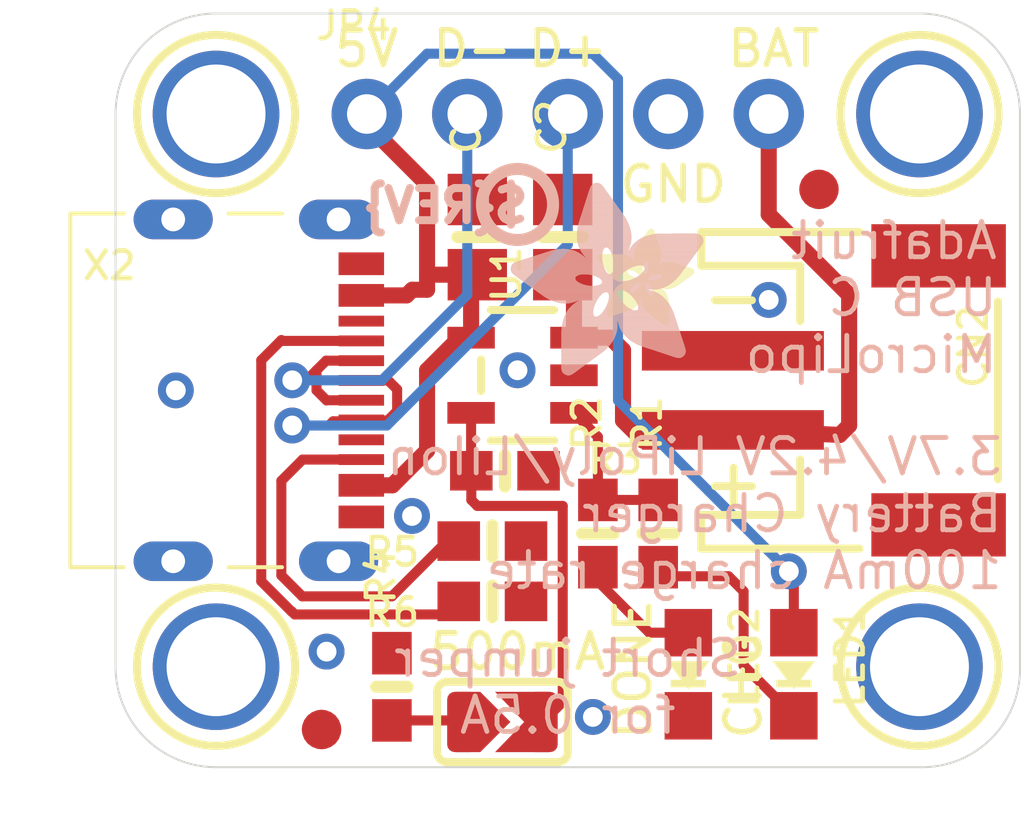
<source format=kicad_pcb>
(kicad_pcb (version 20240108) (generator "pcbnew") (generator_version "8.0")
  (layers (0 "F.Cu" signal) (31 "B.Cu" signal) (34 "B.Paste" user) (35 "F.Paste" user) (36 "B.SilkS" user "B.Silkscreen") (37 "F.SilkS" user "F.Silkscreen") (38 "B.Mask" user) (39 "F.Mask" user) (44 "Edge.Cuts" user))
  (net 0 "")
  (net 1 "GND")
  (net 2 "N$1")
  (net 3 "N$2")
  (net 4 "VBAT")
  (net 5 "N$5")
  (net 6 "N$6")
  (net 7 "N$3")
  (net 8 "D+")
  (net 9 "D-")
  (net 10 "CC1")
  (net 11 "CC2")
  (net 12 "5V")
  (footprint "Adafruit USB C microlipo charger:0603-NO" (layer "F.Cu") (at 150.7871 108.622693 90)
    (property "Reference" "R1" (at 2.032 0.127 90) (layer "F.SilkS") (effects (font (size 0.692831 0.692831) (thickness 0.119969)) (justify left bottom)))
    (property "Value" "470")
    (pad "1" smd rect (at -0.85 0 90) (size 1.075 1) (layers "F.Cu" "F.Paste" "F.Mask") (net 2 "N$1"))
    (pad "2" smd rect (at 0.85 0 90) (size 1.075 1) (layers "F.Cu" "F.Paste" "F.Mask") (net 3 "N$2"))
  )
  (footprint "Adafruit USB C microlipo charger:FIDUCIAL_1MM" (layer "F.Cu") (at 154.8511 99.923193)
    (property "Reference" "FID2" (hide yes))
    (property "Value" "FIDUCIAL\"\"" (hide yes))
    (pad "1" smd roundrect (at 0 0) (size 1 1) (layers "F.Cu" "F.Mask") (roundrect_rratio 0.5))
  )
  (footprint "Adafruit USB C microlipo charger:0603-NO" (layer "F.Cu") (at 144.0561 112.496193 90)
    (property "Reference" "R4" (at 2.032 0.127 90) (layer "F.SilkS") (effects (font (size 0.692831 0.692831) (thickness 0.119969)) (justify left bottom)))
    (property "Value" "2.2K")
    (pad "1" smd rect (at -0.85 0 90) (size 1.075 1) (layers "F.Cu" "F.Paste" "F.Mask") (net 7 "N$3"))
    (pad "2" smd rect (at 0.85 0 90) (size 1.075 1) (layers "F.Cu" "F.Paste" "F.Mask") (net 1 "GND"))
  )
  (footprint "Adafruit USB C microlipo charger:MOUNTINGHOLE_2.5_PLATED" (layer "F.Cu") (at 157.3911 111.988193)
    (property "Reference" "U$9" (hide yes))
    (property "Value" "MOUNTINGHOLE2.5" (hide yes))
    (pad "P$1" thru_hole circle (at 0 0) (size 3.2 3.2) (drill 2.5) (layers "*.Cu" "*.Mask"))
  )
  (footprint "Adafruit USB C microlipo charger:FIDUCIAL_1MM" (layer "F.Cu") (at 142.2781 113.575693)
    (property "Reference" "FID1" (hide yes))
    (property "Value" "FIDUCIAL\"\"" (hide yes))
    (pad "1" smd roundrect (at 0 0) (size 1 1) (layers "F.Cu" "F.Mask") (roundrect_rratio 0.5))
  )
  (footprint "Adafruit USB C microlipo charger:CHIPLED_0805_NOOUTLINE" (layer "F.Cu") (at 154.2161 112.178693 180)
    (property "Reference" "LED1" (at -1.016 1.778 90) (layer "F.SilkS") (effects (font (size 0.692831 0.692831) (thickness 0.119969)) (justify right top)))
    (property "Value" "RED")
    (pad "A" smd rect (at 0 1.05 180) (size 1.2 1.2) (layers "F.Cu" "F.Paste" "F.Mask") (net 12 "5V"))
    (pad "C" smd rect (at 0 -1.05 180) (size 1.2 1.2) (layers "F.Cu" "F.Paste" "F.Mask") (net 2 "N$1"))
  )
  (footprint "Adafruit USB C microlipo charger:0603-NO" (layer "F.Cu") (at 149.2631 108.622693 90)
    (property "Reference" "R2" (at 2.032 0.127 90) (layer "F.SilkS") (effects (font (size 0.692831 0.692831) (thickness 0.119969)) (justify left bottom)))
    (property "Value" "470")
    (pad "1" smd rect (at -0.85 0 90) (size 1.075 1) (layers "F.Cu" "F.Paste" "F.Mask") (net 6 "N$6"))
    (pad "2" smd rect (at 0.85 0 90) (size 1.075 1) (layers "F.Cu" "F.Paste" "F.Mask") (net 3 "N$2"))
  )
  (footprint "Adafruit USB C microlipo charger:USB_C_CUSB31-CFM2AX-01-X" (layer "F.Cu") (at 135.9281 105.003193 -90)
    (property "Reference" "X2" (at -2.75 -0.25 0) (layer "F.SilkS") (effects (font (size 0.692831 0.692831) (thickness 0.119969)) (justify left bottom)))
    (property "Value" "")
    (pad "" np_thru_hole circle (at -2.89 -6.28 270) (size 0.65 0.65) (drill 0.65) (layers "*.Cu" "*.Mask"))
    (pad "" np_thru_hole circle (at 2.89 -6.28 270) (size 0.65 0.65) (drill 0.65) (layers "*.Cu" "*.Mask"))
    (pad "A1B12" smd rect (at -3.2 -7.355 270) (size 0.575 1.15) (layers "F.Cu" "F.Paste" "F.Mask") (net 1 "GND"))
    (pad "A4B9" smd rect (at -2.4 -7.355 270) (size 0.575 1.15) (layers "F.Cu" "F.Paste" "F.Mask") (net 12 "5V"))
    (pad "A5" smd rect (at -1.25 -7.355 270) (size 0.275 1.15) (layers "F.Cu" "F.Paste" "F.Mask") (net 10 "CC1"))
    (pad "A6" smd rect (at -0.25 -7.355 270) (size 0.275 1.15) (layers "F.Cu" "F.Paste" "F.Mask") (net 8 "D+"))
    (pad "A7" smd rect (at 0.25 -7.355 270) (size 0.275 1.15) (layers "F.Cu" "F.Paste" "F.Mask") (net 9 "D-"))
    (pad "A8" smd rect (at 1.25 -7.355 270) (size 0.275 1.15) (layers "F.Cu" "F.Paste" "F.Mask"))
    (pad "B1A12" smd rect (at 3.2 -7.355 270) (size 0.575 1.15) (layers "F.Cu" "F.Paste" "F.Mask") (net 1 "GND"))
    (pad "B4A9" smd rect (at 2.4 -7.355 270) (size 0.575 1.15) (layers "F.Cu" "F.Paste" "F.Mask") (net 12 "5V"))
    (pad "B5" smd rect (at 1.75 -7.355 270) (size 0.275 1.15) (layers "F.Cu" "F.Paste" "F.Mask") (net 11 "CC2"))
    (pad "B6" smd rect (at 0.75 -7.355 270) (size 0.275 1.15) (layers "F.Cu" "F.Paste" "F.Mask") (net 8 "D+"))
    (pad "B7" smd rect (at -0.75 -7.355 270) (size 0.275 1.15) (layers "F.Cu" "F.Paste" "F.Mask") (net 9 "D-"))
    (pad "B8" smd rect (at -1.75 -7.355 270) (size 0.275 1.15) (layers "F.Cu" "F.Paste" "F.Mask"))
    (pad "M1" thru_hole oval (at -4.32 -6.78) (size 2 1) (drill 0.6) (layers "*.Cu" "*.Mask"))
    (pad "M2" thru_hole oval (at 4.32 -6.78) (size 2 1) (drill 0.6) (layers "*.Cu" "*.Mask"))
    (pad "M3" thru_hole oval (at -4.32 -2.6) (size 2 1) (drill 0.6) (layers "*.Cu" "*.Mask"))
    (pad "M4" thru_hole oval (at 4.32 -2.6) (size 2 1) (drill 0.6) (layers "*.Cu" "*.Mask"))
  )
  (footprint "Adafruit USB C microlipo charger:MOUNTINGHOLE_2.5_PLATED" (layer "F.Cu") (at 157.3911 98.018193)
    (property "Reference" "U$10" (hide yes))
    (property "Value" "MOUNTINGHOLE2.5" (hide yes))
    (pad "P$1" thru_hole circle (at 0 0) (size 3.2 3.2) (drill 2.5) (layers "*.Cu" "*.Mask"))
  )
  (footprint "Adafruit USB C microlipo charger:0805-NO@1" (layer "F.Cu") (at 148.3741 101.129693 90)
    (property "Reference" "C2" (at 2.032 0.127 90) (layer "F.SilkS") (effects (font (size 0.692831 0.692831) (thickness 0.119969)) (justify left bottom)))
    (property "Value" "10µF")
    (pad "1" smd rect (at -0.95 0 90) (size 1.3 1.5) (layers "F.Cu" "F.Paste" "F.Mask") (net 4 "VBAT"))
    (pad "2" smd rect (at 0.95 0 90) (size 1.3 1.5) (layers "F.Cu" "F.Paste" "F.Mask") (net 1 "GND"))
  )
  (footprint "Adafruit USB C microlipo charger:MOUNTINGHOLE_2.5_PLATED" (layer "F.Cu") (at 139.6111 111.988193)
    (property "Reference" "U$11" (hide yes))
    (property "Value" "MOUNTINGHOLE2.5" (hide yes))
    (pad "P$1" thru_hole circle (at 0 0) (size 3.2 3.2) (drill 2.5) (layers "*.Cu" "*.Mask"))
  )
  (footprint "Adafruit USB C microlipo charger:0603-NO" (layer "F.Cu") (at 146.5961 108.813193 180)
    (property "Reference" "R5" (at 1.778 0.127 0) (layer "F.SilkS") (effects (font (size 0.692831 0.692831) (thickness 0.119969)) (justify right top)))
    (property "Value" "5.1K")
    (pad "1" smd rect (at -0.85 0 180) (size 1.075 1) (layers "F.Cu" "F.Paste" "F.Mask") (net 1 "GND"))
    (pad "2" smd rect (at 0.85 0 180) (size 1.075 1) (layers "F.Cu" "F.Paste" "F.Mask") (net 11 "CC2"))
  )
  (footprint "Adafruit USB C microlipo charger:0603-NO" (layer "F.Cu") (at 146.5961 110.337193 180)
    (property "Reference" "R6" (at 1.778 0.127 0) (layer "F.SilkS") (effects (font (size 0.692831 0.692831) (thickness 0.119969)) (justify right top)))
    (property "Value" "5.1K")
    (pad "1" smd rect (at -0.85 0 180) (size 1.075 1) (layers "F.Cu" "F.Paste" "F.Mask") (net 1 "GND"))
    (pad "2" smd rect (at 0.85 0 180) (size 1.075 1) (layers "F.Cu" "F.Paste" "F.Mask") (net 10 "CC1"))
  )
  (footprint "Adafruit USB C microlipo charger:ADAFRUIT_2.5MM" (layer "F.Cu") (at 149.2631 103.352193)
    (property "Reference" "U$2" (hide yes))
    (property "Value" "" (hide yes))
  )
  (footprint "Adafruit USB C microlipo charger:0805-NO@1" (layer "F.Cu") (at 146.2151 101.129693 90)
    (property "Reference" "C1" (at 2.032 0.127 90) (layer "F.SilkS") (effects (font (size 0.692831 0.692831) (thickness 0.119969)) (justify left bottom)))
    (property "Value" "10µF")
    (pad "1" smd rect (at -0.95 0 90) (size 1.3 1.5) (layers "F.Cu" "F.Paste" "F.Mask") (net 12 "5V"))
    (pad "2" smd rect (at 0.95 0 90) (size 1.3 1.5) (layers "F.Cu" "F.Paste" "F.Mask") (net 1 "GND"))
  )
  (footprint "Adafruit USB C microlipo charger:JSTPH2" (layer "F.Cu") (at 156.3751 105.003193 -90)
    (property "Reference" "CN2" (at -2.2225 -1.9685 90) (layer "F.SilkS") (effects (font (size 0.692831 0.692831) (thickness 0.119969)) (justify right top)))
    (property "Value" "JSTPH")
    (pad "1" smd rect (at -1 3.7 270) (size 1 4.6) (layers "F.Cu" "F.Paste" "F.Mask") (net 1 "GND"))
    (pad "2" smd rect (at 1 3.7 270) (size 1 4.6) (layers "F.Cu" "F.Paste" "F.Mask") (net 4 "VBAT"))
    (pad "NC1" smd rect (at -3.4 -1.5) (size 3.4 1.6) (layers "F.Cu" "F.Paste" "F.Mask"))
    (pad "NC2" smd rect (at 3.4 -1.5) (size 3.4 1.6) (layers "F.Cu" "F.Paste" "F.Mask"))
  )
  (footprint "Adafruit USB C microlipo charger:MOUNTINGHOLE_2.5_PLATED" (layer "F.Cu") (at 139.6111 98.018193)
    (property "Reference" "U$12" (hide yes))
    (property "Value" "MOUNTINGHOLE2.5" (hide yes))
    (pad "P$1" thru_hole circle (at 0 0) (size 3.2 3.2) (drill 2.5) (layers "*.Cu" "*.Mask"))
  )
  (footprint "Adafruit USB C microlipo charger:0603-NO" (layer "F.Cu") (at 146.9136 107.035193)
    (property "Reference" "R3" (at 2.032 0.127 0) (layer "F.SilkS") (effects (font (size 0.692831 0.692831) (thickness 0.119969)) (justify left bottom)))
    (property "Value" "10K\\")
    (pad "1" smd rect (at -0.85 0) (size 1.075 1) (layers "F.Cu" "F.Paste" "F.Mask") (net 5 "N$5"))
    (pad "2" smd rect (at 0.85 0) (size 1.075 1) (layers "F.Cu" "F.Paste" "F.Mask") (net 1 "GND"))
  )
  (footprint "Adafruit USB C microlipo charger:SOT23-5" (layer "F.Cu") (at 147.3581 104.622193 90)
    (property "Reference" "U1" (at 1.778 0 90) (layer "F.SilkS") (effects (font (size 0.692831 0.692831) (thickness 0.119969)) (justify left bottom)))
    (property "Value" "MCP73831T-2ACI/OT")
    (pad "1" smd rect (at -0.95 1.3001 90) (size 0.55 1.2) (layers "F.Cu" "F.Paste" "F.Mask") (net 3 "N$2"))
    (pad "2" smd rect (at 0 1.3001 90) (size 0.55 1.2) (layers "F.Cu" "F.Paste" "F.Mask") (net 1 "GND"))
    (pad "3" smd rect (at 0.95 1.3001 90) (size 0.55 1.2) (layers "F.Cu" "F.Paste" "F.Mask") (net 4 "VBAT"))
    (pad "4" smd rect (at 0.95 -1.3001 90) (size 0.55 1.2) (layers "F.Cu" "F.Paste" "F.Mask") (net 12 "5V"))
    (pad "5" smd rect (at -0.95 -1.3001 90) (size 0.55 1.2) (layers "F.Cu" "F.Paste" "F.Mask") (net 5 "N$5"))
  )
  (footprint "Adafruit USB C microlipo charger:CHIPLED_0805_NOOUTLINE" (layer "F.Cu") (at 151.5491 112.178693 180)
    (property "Reference" "LED2" (at -1.016 1.778 90) (layer "F.SilkS") (effects (font (size 0.692831 0.692831) (thickness 0.119969)) (justify right top)))
    (property "Value" "GREEN")
    (pad "A" smd rect (at 0 1.05 180) (size 1.2 1.2) (layers "F.Cu" "F.Paste" "F.Mask") (net 6 "N$6"))
    (pad "C" smd rect (at 0 -1.05 180) (size 1.2 1.2) (layers "F.Cu" "F.Paste" "F.Mask") (net 1 "GND"))
  )
  (footprint "Adafruit USB C microlipo charger:SOLDERJUMPER_ARROW_NOPASTE" (layer "F.Cu") (at 146.8501 113.385193)
    (property "Reference" "SJ1" (hide yes))
    (property "Value" "")
    (fp_poly (pts (xy 0.201021 0) (xy -0.560979 0.762) (xy -1.1684 0.762) (xy -1.1684 -0.762) (xy -0.560979 -0.762)) (fill solid) (layer "F.Cu"))
    (fp_poly (pts (xy 1.1684 0.762) (xy -0.186831 0.762) (xy 0.548892 0) (xy -0.186831 -0.762) (xy 1.1684 -0.762)) (fill solid) (layer "F.Cu"))
    (pad "1" smd roundrect (at -1.016 0) (size 0.762 1.524) (layers "F.Cu") (net 7 "N$3"))
    (pad "2" smd roundrect (at 1.016 0) (size 0.762 1.524) (layers "F.Cu") (net 5 "N$5"))
  )
  (footprint "Adafruit USB C microlipo charger:1X05_ROUND_70" (layer "F.Cu") (at 148.5011 98.018193)
    (property "Reference" "JP4" (at -6.4262 -1.8288 0) (layer "F.SilkS") (effects (font (size 0.692831 0.692831) (thickness 0.119969)) (justify left bottom)))
    (property "Value" "")
    (pad "1" thru_hole circle (at -5.08 0 90) (size 1.778 1.778) (drill 1) (layers "*.Cu" "*.Mask") (net 12 "5V"))
    (pad "2" thru_hole circle (at -2.54 0 90) (size 1.778 1.778) (drill 1) (layers "*.Cu" "*.Mask") (net 9 "D-"))
    (pad "3" thru_hole circle (at 0 0 90) (size 1.778 1.778) (drill 1) (layers "*.Cu" "*.Mask") (net 8 "D+"))
    (pad "4" thru_hole circle (at 2.54 0 90) (size 1.778 1.778) (drill 1) (layers "*.Cu" "*.Mask") (net 1 "GND"))
    (pad "5" thru_hole circle (at 5.08 0 90) (size 1.778 1.778) (drill 1) (layers "*.Cu" "*.Mask") (net 4 "VBAT"))
  )
  (footprint "Adafruit USB C microlipo charger:ADAFRUIT_5MM" (layer "B.Cu") (at 151.9301 104.622193 180)
    (property "Reference" "U$13" (hide yes))
    (property "Value" "" (hide yes))
  )
  (footprint "Adafruit USB C microlipo charger:PCBFEAT-REV-040" (layer "B.Cu") (at 147.2311 100.304193 180)
    (property "Reference" "U$16" (hide yes))
    (property "Value" "" (hide yes))
    (fp_text user "${REV}" (at -0.3556 -0.508 0) (layer "B.SilkS") (effects (font (size 0.8128 0.8128) (thickness 0.2032)) (justify left bottom mirror)))
  )
  (gr_line (start 157.3911 114.528193) (end 139.6111 114.528193) (stroke (width 0.05)) (layer "Edge.Cuts"))
  (gr_line (start 139.6111 95.478193) (end 157.3911 95.478193) (stroke (width 0.05)) (layer "Edge.Cuts"))
  (gr_arc (start 139.6111 114.528193) (mid 137.815049 113.784244) (end 137.0711 111.988193) (stroke (width 0.05)) (layer "Edge.Cuts"))
  (gr_line (start 137.0711 111.988193) (end 137.0711 98.018193) (stroke (width 0.05)) (layer "Edge.Cuts"))
  (gr_line (start 159.9311 98.018193) (end 159.9311 112.115193) (stroke (width 0.05)) (layer "Edge.Cuts"))
  (gr_arc (start 159.9311 112.115193) (mid 159.160849 113.847744) (end 157.3911 114.528193) (stroke (width 0.05)) (layer "Edge.Cuts"))
  (gr_arc (start 157.3911 95.478193) (mid 159.187151 96.222142) (end 159.9311 98.018193) (stroke (width 0.05)) (layer "Edge.Cuts"))
  (gr_arc (start 137.0711 98.018193) (mid 137.815049 96.222142) (end 139.6111 95.478193) (stroke (width 0.05)) (layer "Edge.Cuts"))
  (gr_text "3.7V/4.2V LiPoly/LiIon\nBattery Charger\n100mA charge rate" (at 159.5501 110.083193 0) (layer "B.SilkS") (effects (font (size 0.89408 0.89408) (thickness 0.12192)) (justify left bottom mirror)))
  (gr_text "Adafruit\nUSB C\nMicroLipo" (at 159.4231 104.622193 0) (layer "B.SilkS") (effects (font (size 0.89408 0.89408) (thickness 0.12192)) (justify left bottom mirror)))
  (gr_text "Short jumper\nfor 0.5A" (at 148.5011 112.496193 0) (layer "B.SilkS") (effects (font (size 0.89408 0.89408) (thickness 0.12192)) (justify mirror)))
  (gr_text "" (at 154.4701 109.194193 0) (layer "B.SilkS") (effects (font (size 0.89408 0.89408) (thickness 0.12192)) (justify left bottom mirror)))
  (gr_text "+" (at 151.8031 108.051193 0) (layer "F.SilkS") (effects (font (size 1.223264 1.223264) (thickness 0.199136)) (justify left bottom)))
  (gr_text "CHG" (at 153.4541 113.893193 90) (layer "F.SilkS") (effects (font (size 0.87376 0.87376) (thickness 0.14224)) (justify left bottom)))
  (gr_text "DONE" (at 150.6601 113.893193 90) (layer "F.SilkS") (effects (font (size 0.87376 0.87376) (thickness 0.14224)) (justify left bottom)))
  (gr_text "GND" (at 151.1681 99.796193 0) (layer "F.SilkS") (effects (font (size 0.87376 0.87376) (thickness 0.14224))))
  (gr_text "5V" (at 143.4211 96.367193 0) (layer "F.SilkS") (effects (font (size 0.87376 0.87376) (thickness 0.14224))))
  (gr_text "500mA" (at 147.2311 111.607193 0) (layer "F.SilkS") (effects (font (size 0.87376 0.87376) (thickness 0.14224))))
  (gr_text "D+" (at 148.5011 96.367193 0) (layer "F.SilkS") (effects (font (size 0.87376 0.87376) (thickness 0.14224))))
  (gr_text "-" (at 151.8031 103.352193 0) (layer "F.SilkS") (effects (font (size 1.223264 1.223264) (thickness 0.199136)) (justify left bottom)))
  (gr_text "BAT" (at 153.7081 96.367193 0) (layer "F.SilkS") (effects (font (size 0.87376 0.87376) (thickness 0.14224))))
  (gr_text "D-" (at 146.0881 96.367193 0) (layer "F.SilkS") (effects (font (size 0.87376 0.87376) (thickness 0.14224))))
  (via (at 138.5951 105.003193) (size 0.9064) (drill 0.5) (layers "F.Cu" "B.Cu") (net 1))
  (via (at 144.5641 108.178193) (size 0.9064) (drill 0.5) (layers "F.Cu" "B.Cu") (net 1))
  (via (at 149.1361 113.258193) (size 0.9064) (drill 0.5) (layers "F.Cu" "B.Cu") (net 1))
  (via (at 153.5811 102.717193) (size 0.9064) (drill 0.5) (layers "F.Cu" "B.Cu") (net 1))
  (via (at 147.2311 104.495193) (size 0.9064) (drill 0.5) (layers "F.Cu" "B.Cu") (net 1))
  (via (at 142.4051 111.607193) (size 0.9064) (drill 0.5) (layers "F.Cu" "B.Cu") (net 1))
  (segment (start 152.9461 110.083193) (end 152.9461 111.958693) (width 0.254) (layer "F.Cu") (net 2))
  (segment (start 150.7871 109.472693) (end 151.0166 109.702193) (width 0.254) (layer "F.Cu") (net 2))
  (segment (start 152.9461 111.958693) (end 154.2161 113.228693) (width 0.254) (layer "F.Cu") (net 2))
  (segment (start 152.5651 109.702193) (end 152.9461 110.083193) (width 0.254) (layer "F.Cu") (net 2))
  (segment (start 151.0166 109.702193) (end 152.5651 109.702193) (width 0.254) (layer "F.Cu") (net 2))
  (segment (start 149.2631 107.772693) (end 150.7871 107.772693) (width 0.254) (layer "F.Cu") (net 3))
  (segment (start 149.2631 106.177093) (end 149.2631 107.772693) (width 0.254) (layer "F.Cu") (net 3))
  (segment (start 148.6582 105.572193) (end 149.2631 106.177093) (width 0.254) (layer "F.Cu") (net 3))
  (segment (start 152.5321 106.273193) (end 152.6751 106.003193) (width 0.4064) (layer "F.Cu") (net 4))
  (segment (start 150.4061 106.273193) (end 152.5321 106.273193) (width 0.4064) (layer "F.Cu") (net 4))
  (segment (start 149.8981 103.987193) (end 149.8981 105.765193) (width 0.4064) (layer "F.Cu") (net 4))
  (segment (start 149.8981 105.765193) (end 150.4061 106.273193) (width 0.4064) (layer "F.Cu") (net 4))
  (segment (start 148.6582 103.672193) (end 149.5831 103.672193) (width 0.4064) (layer "F.Cu") (net 4))
  (segment (start 155.6131 105.892193) (end 155.6131 102.590193) (width 0.4064) (layer "F.Cu") (net 4))
  (segment (start 148.6582 103.672193) (end 148.6582 102.363793) (width 0.4064) (layer "F.Cu") (net 4))
  (segment (start 153.5811 100.558193) (end 153.5811 98.018193) (width 0.4064) (layer "F.Cu") (net 4))
  (segment (start 149.5831 103.672193) (end 149.8981 103.987193) (width 0.4064) (layer "F.Cu") (net 4))
  (segment (start 155.6131 102.590193) (end 153.5811 100.558193) (width 0.4064) (layer "F.Cu") (net 4))
  (segment (start 152.6751 106.003193) (end 155.3751 106.130193) (width 0.4064) (layer "F.Cu") (net 4))
  (segment (start 155.3751 106.130193) (end 155.6131 105.892193) (width 0.4064) (layer "F.Cu") (net 4))
  (segment (start 148.6582 102.363793) (end 148.3741 102.079693) (width 0.4064) (layer "F.Cu") (net 4))
  (segment (start 148.3741 107.924193) (end 148.3741 112.877193) (width 0.254) (layer "F.Cu") (net 5))
  (segment (start 146.2151 107.924193) (end 148.3741 107.924193) (width 0.254) (layer "F.Cu") (net 5))
  (segment (start 146.058 107.029593) (end 146.0636 107.035193) (width 0.254) (layer "F.Cu") (net 5))
  (segment (start 148.3741 112.877193) (end 147.8661 113.385193) (width 0.254) (layer "F.Cu") (net 5))
  (segment (start 146.058 105.572193) (end 146.058 107.029593) (width 0.254) (layer "F.Cu") (net 5))
  (segment (start 146.0636 107.772693) (end 146.2151 107.924193) (width 0.254) (layer "F.Cu") (net 5))
  (segment (start 146.0636 107.035193) (end 146.0636 107.772693) (width 0.254) (layer "F.Cu") (net 5))
  (segment (start 149.2631 109.472693) (end 149.2631 109.829193) (width 0.254) (layer "F.Cu") (net 6))
  (segment (start 149.2631 109.829193) (end 150.5626 111.128693) (width 0.254) (layer "F.Cu") (net 6))
  (segment (start 150.5626 111.128693) (end 151.5491 111.128693) (width 0.254) (layer "F.Cu") (net 6))
  (segment (start 144.0561 113.346193) (end 146.2541 113.346193) (width 0.254) (layer "F.Cu") (net 7))
  (segment (start 146.2541 113.346193) (end 146.2151 113.385193) (width 0.254) (layer "F.Cu") (net 7))
  (segment (start 146.2151 113.385193) (end 145.8341 113.385193) (width 0.254) (layer "F.Cu") (net 7))
  (segment (start 143.9291 105.765193) (end 143.2951 105.765193) (width 0.254) (layer "F.Cu") (net 8))
  (segment (start 143.9291 105.786668) (end 143.9291 105.765193) (width 0.254) (layer "F.Cu") (net 8))
  (segment (start 142.464625 105.892193) (end 141.5375 105.892193) (width 0.254) (layer "F.Cu") (net 8))
  (segment (start 142.571325 105.785493) (end 142.464625 105.892193) (width 0.254) (layer "F.Cu") (net 8))
  (segment (start 143.962575 104.753193) (end 144.1883 104.978918) (width 0.254) (layer "F.Cu") (net 8))
  (segment (start 143.2831 105.753193) (end 143.2951 105.765193) (width 0.254) (layer "F.Cu") (net 8))
  (segment (start 144.1883 105.527468) (end 143.9291 105.786668) (width 0.254) (layer "F.Cu") (net 8))
  (segment (start 143.2831 105.753193) (end 143.2508 105.785493) (width 0.254) (layer "F.Cu") (net 8))
  (segment (start 143.2831 104.753193) (end 143.962575 104.753193) (width 0.254) (layer "F.Cu") (net 8))
  (segment (start 143.2508 105.785493) (end 142.571325 105.785493) (width 0.254) (layer "F.Cu") (net 8))
  (segment (start 144.1883 104.978918) (end 144.1883 105.527468) (width 0.254) (layer "F.Cu") (net 8))
  (via (at 141.5375 105.892193) (size 0.9064) (drill 0.5) (layers "F.Cu" "B.Cu") (net 8))
  (segment (start 148.5011 101.320193) (end 148.5011 98.018193) (width 0.254) (layer "B.Cu") (net 8))
  (segment (start 143.9291 105.892193) (end 148.5011 101.320193) (width 0.254) (layer "B.Cu") (net 8))
  (segment (start 141.5375 105.892193) (end 143.9291 105.892193) (width 0.254) (layer "B.Cu") (net 8))
  (segment (start 142.4051 105.257193) (end 142.4091 105.253193) (width 0.254) (layer "F.Cu") (net 9))
  (segment (start 141.8971 104.749193) (end 141.5375 104.749193) (width 0.254) (layer "F.Cu") (net 9))
  (segment (start 143.2831 104.253193) (end 142.3931 104.253193) (width 0.254) (layer "F.Cu") (net 9))
  (segment (start 142.1511 104.495193) (end 141.8971 104.749193) (width 0.254) (layer "F.Cu") (net 9))
  (segment (start 142.1511 104.495193) (end 142.1511 105.003193) (width 0.254) (layer "F.Cu") (net 9))
  (segment (start 142.4091 105.253193) (end 143.2831 105.253193) (width 0.254) (layer "F.Cu") (net 9))
  (segment (start 142.3931 104.253193) (end 142.1511 104.495193) (width 0.254) (layer "F.Cu") (net 9))
  (segment (start 142.1511 105.003193) (end 142.4051 105.257193) (width 0.254) (layer "F.Cu") (net 9))
  (via (at 141.5375 104.749193) (size 0.9064) (drill 0.5) (layers "F.Cu" "B.Cu") (net 9))
  (segment (start 143.8021 104.749193) (end 145.9611 102.590193) (width 0.254) (layer "B.Cu") (net 9))
  (segment (start 141.5375 104.749193) (end 143.8021 104.749193) (width 0.254) (layer "B.Cu") (net 9))
  (segment (start 145.9611 102.590193) (end 145.9611 98.018193) (width 0.254) (layer "B.Cu") (net 9))
  (segment (start 140.7541 109.829193) (end 140.7541 104.241193) (width 0.254) (layer "F.Cu") (net 10))
  (segment (start 145.4159 110.667393) (end 141.601268 110.667393) (width 0.254) (layer "F.Cu") (net 10))
  (segment (start 141.2621 103.733193) (end 141.2821 103.753193) (width 0.254) (layer "F.Cu") (net 10))
  (segment (start 141.601268 110.667393) (end 141.525068 110.591193) (width 0.254) (layer "F.Cu") (net 10))
  (segment (start 141.5161 110.591193) (end 140.7541 109.829193) (width 0.254) (layer "F.Cu") (net 10))
  (segment (start 145.7461 110.337193) (end 145.4159 110.667393) (width 0.254) (layer "F.Cu") (net 10))
  (segment (start 141.2821 103.753193) (end 143.2831 103.753193) (width 0.254) (layer "F.Cu") (net 10))
  (segment (start 140.7541 104.241193) (end 141.2621 103.733193) (width 0.254) (layer "F.Cu") (net 10))
  (segment (start 141.525068 110.591193) (end 141.5161 110.591193) (width 0.254) (layer "F.Cu") (net 10))
  (segment (start 145.4531 108.813193) (end 144.0561 110.210193) (width 0.254) (layer "F.Cu") (net 11))
  (segment (start 141.2621 107.289193) (end 141.7981 106.753193) (width 0.254) (layer "F.Cu") (net 11))
  (segment (start 144.0561 110.210193) (end 141.79065 110.210193) (width 0.254) (layer "F.Cu") (net 11))
  (segment (start 145.7461 108.813193) (end 145.4531 108.813193) (width 0.254) (layer "F.Cu") (net 11))
  (segment (start 141.79065 110.210193) (end 141.2621 109.681643) (width 0.254) (layer "F.Cu") (net 11))
  (segment (start 141.7981 106.753193) (end 143.2831 106.753193) (width 0.254) (layer "F.Cu") (net 11))
  (segment (start 141.2621 109.681643) (end 141.2621 107.289193) (width 0.254) (layer "F.Cu") (net 11))
  (segment (start 144.9451 102.460693) (end 144.9451 102.079693) (width 0.4064) (layer "F.Cu") (net 12))
  (segment (start 144.9451 106.527193) (end 144.9451 104.495193) (width 0.4064) (layer "F.Cu") (net 12))
  (segment (start 146.2151 102.079693) (end 146.058 102.236793) (width 0.4064) (layer "F.Cu") (net 12))
  (segment (start 144.5686 102.460693) (end 144.9451 102.460693) (width 0.4064) (layer "F.Cu") (net 12))
  (segment (start 144.9451 102.079693) (end 144.9451 99.796193) (width 0.4064) (layer "F.Cu") (net 12))
  (segment (start 144.9451 102.079693) (end 146.2151 102.079693) (width 0.4064) (layer "F.Cu") (net 12))
  (segment (start 154.2161 109.702193) (end 154.0891 109.575193) (width 0.254) (layer "F.Cu") (net 12))
  (segment (start 146.058 103.672193) (end 146.058 102.236793) (width 0.4064) (layer "F.Cu") (net 12))
  (segment (start 143.2831 102.603193) (end 144.4261 102.603193) (width 0.4064) (layer "F.Cu") (net 12))
  (segment (start 144.9451 104.495193) (end 145.7681 103.672193) (width 0.4064) (layer "F.Cu") (net 12))
  (segment (start 143.2831 107.403193) (end 144.0691 107.403193) (width 0.4064) (layer "F.Cu") (net 12))
  (segment (start 144.0691 107.403193) (end 144.9451 106.527193) (width 0.4064) (layer "F.Cu") (net 12))
  (segment (start 143.4211 98.272193) (end 143.4211 98.018193) (width 0.4064) (layer "F.Cu") (net 12))
  (segment (start 144.5686 102.460693) (end 144.4261 102.603193) (width 0.4064) (layer "F.Cu") (net 12))
  (segment (start 154.2161 111.128693) (end 154.2161 109.702193) (width 0.254) (layer "F.Cu") (net 12))
  (segment (start 145.7681 103.672193) (end 146.058 103.672193) (width 0.4064) (layer "F.Cu") (net 12))
  (segment (start 144.9451 99.796193) (end 143.4211 98.272193) (width 0.4064) (layer "F.Cu") (net 12))
  (via (at 154.0891 109.575193) (size 0.9064) (drill 0.5) (layers "F.Cu" "B.Cu") (net 12))
  (segment (start 149.7711 105.257193) (end 149.7711 97.129193) (width 0.254) (layer "B.Cu") (net 12))
  (segment (start 149.7711 97.129193) (end 149.1361 96.494193) (width 0.254) (layer "B.Cu") (net 12))
  (segment (start 149.1361 96.494193) (end 144.9451 96.494193) (width 0.254) (layer "B.Cu") (net 12))
  (segment (start 154.0891 109.575193) (end 149.7711 105.257193) (width 0.254) (layer "B.Cu") (net 12))
  (segment (start 144.9451 96.494193) (end 143.4211 98.018193) (width 0.254) (layer "B.Cu") (net 12))
)
</source>
